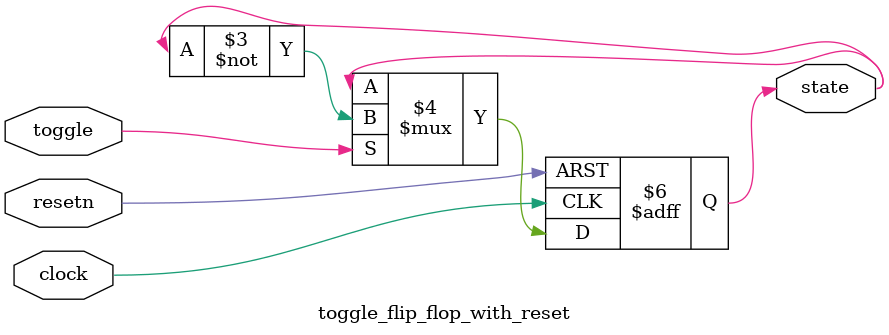
<source format=v>



module toggle_flip_flop_with_reset #(
  parameter RESET_VALUE = 0
) (
  input      clock,
  input      resetn,
  input      toggle,
  output reg state
);

always @(posedge clock or negedge resetn) begin
  if      (!resetn) state <= RESET_VALUE;
  else if (toggle)  state <= ~state;
end

endmodule

</source>
